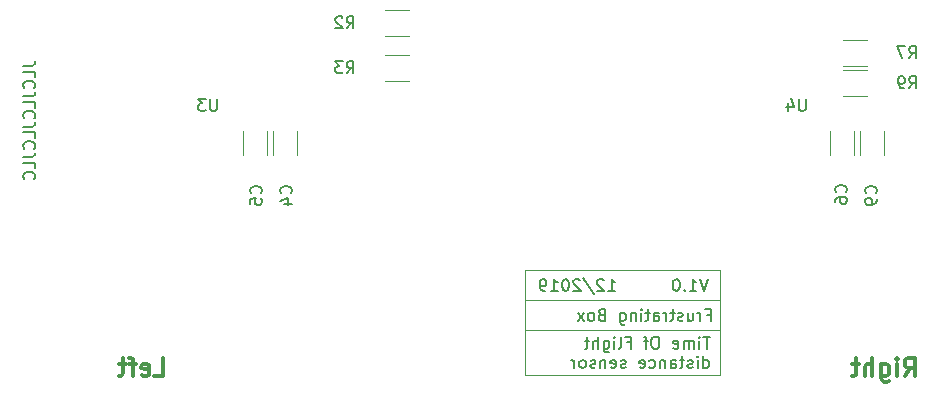
<source format=gbr>
G04 #@! TF.GenerationSoftware,KiCad,Pcbnew,5.0.2+dfsg1-1*
G04 #@! TF.CreationDate,2019-12-13T09:40:21+01:00*
G04 #@! TF.ProjectId,tof_sensor,746f665f-7365-46e7-936f-722e6b696361,1.0*
G04 #@! TF.SameCoordinates,Original*
G04 #@! TF.FileFunction,Legend,Bot*
G04 #@! TF.FilePolarity,Positive*
%FSLAX46Y46*%
G04 Gerber Fmt 4.6, Leading zero omitted, Abs format (unit mm)*
G04 Created by KiCad (PCBNEW 5.0.2+dfsg1-1) date ven 13 déc 2019 09:40:21 CET*
%MOMM*%
%LPD*%
G01*
G04 APERTURE LIST*
%ADD10C,0.150000*%
%ADD11C,0.300000*%
%ADD12C,0.120000*%
G04 APERTURE END LIST*
D10*
X112482380Y-78565952D02*
X113196666Y-78565952D01*
X113339523Y-78518333D01*
X113434761Y-78423095D01*
X113482380Y-78280238D01*
X113482380Y-78185000D01*
X113482380Y-79518333D02*
X113482380Y-79042142D01*
X112482380Y-79042142D01*
X113387142Y-80423095D02*
X113434761Y-80375476D01*
X113482380Y-80232619D01*
X113482380Y-80137380D01*
X113434761Y-79994523D01*
X113339523Y-79899285D01*
X113244285Y-79851666D01*
X113053809Y-79804047D01*
X112910952Y-79804047D01*
X112720476Y-79851666D01*
X112625238Y-79899285D01*
X112530000Y-79994523D01*
X112482380Y-80137380D01*
X112482380Y-80232619D01*
X112530000Y-80375476D01*
X112577619Y-80423095D01*
X112482380Y-81137380D02*
X113196666Y-81137380D01*
X113339523Y-81089761D01*
X113434761Y-80994523D01*
X113482380Y-80851666D01*
X113482380Y-80756428D01*
X113482380Y-82089761D02*
X113482380Y-81613571D01*
X112482380Y-81613571D01*
X113387142Y-82994523D02*
X113434761Y-82946904D01*
X113482380Y-82804047D01*
X113482380Y-82708809D01*
X113434761Y-82565952D01*
X113339523Y-82470714D01*
X113244285Y-82423095D01*
X113053809Y-82375476D01*
X112910952Y-82375476D01*
X112720476Y-82423095D01*
X112625238Y-82470714D01*
X112530000Y-82565952D01*
X112482380Y-82708809D01*
X112482380Y-82804047D01*
X112530000Y-82946904D01*
X112577619Y-82994523D01*
X112482380Y-83708809D02*
X113196666Y-83708809D01*
X113339523Y-83661190D01*
X113434761Y-83565952D01*
X113482380Y-83423095D01*
X113482380Y-83327857D01*
X113482380Y-84661190D02*
X113482380Y-84185000D01*
X112482380Y-84185000D01*
X113387142Y-85565952D02*
X113434761Y-85518333D01*
X113482380Y-85375476D01*
X113482380Y-85280238D01*
X113434761Y-85137380D01*
X113339523Y-85042142D01*
X113244285Y-84994523D01*
X113053809Y-84946904D01*
X112910952Y-84946904D01*
X112720476Y-84994523D01*
X112625238Y-85042142D01*
X112530000Y-85137380D01*
X112482380Y-85280238D01*
X112482380Y-85375476D01*
X112530000Y-85518333D01*
X112577619Y-85565952D01*
X112482380Y-86280238D02*
X113196666Y-86280238D01*
X113339523Y-86232619D01*
X113434761Y-86137380D01*
X113482380Y-85994523D01*
X113482380Y-85899285D01*
X113482380Y-87232619D02*
X113482380Y-86756428D01*
X112482380Y-86756428D01*
X113387142Y-88137380D02*
X113434761Y-88089761D01*
X113482380Y-87946904D01*
X113482380Y-87851666D01*
X113434761Y-87708809D01*
X113339523Y-87613571D01*
X113244285Y-87565952D01*
X113053809Y-87518333D01*
X112910952Y-87518333D01*
X112720476Y-87565952D01*
X112625238Y-87613571D01*
X112530000Y-87708809D01*
X112482380Y-87851666D01*
X112482380Y-87946904D01*
X112530000Y-88089761D01*
X112577619Y-88137380D01*
D11*
X123590714Y-104818571D02*
X124305000Y-104818571D01*
X124305000Y-103318571D01*
X122519285Y-104747142D02*
X122662142Y-104818571D01*
X122947857Y-104818571D01*
X123090714Y-104747142D01*
X123162142Y-104604285D01*
X123162142Y-104032857D01*
X123090714Y-103890000D01*
X122947857Y-103818571D01*
X122662142Y-103818571D01*
X122519285Y-103890000D01*
X122447857Y-104032857D01*
X122447857Y-104175714D01*
X123162142Y-104318571D01*
X122019285Y-103818571D02*
X121447857Y-103818571D01*
X121805000Y-104818571D02*
X121805000Y-103532857D01*
X121733571Y-103390000D01*
X121590714Y-103318571D01*
X121447857Y-103318571D01*
X121162142Y-103818571D02*
X120590714Y-103818571D01*
X120947857Y-103318571D02*
X120947857Y-104604285D01*
X120876428Y-104747142D01*
X120733571Y-104818571D01*
X120590714Y-104818571D01*
X187098571Y-104818571D02*
X187598571Y-104104285D01*
X187955714Y-104818571D02*
X187955714Y-103318571D01*
X187384285Y-103318571D01*
X187241428Y-103390000D01*
X187170000Y-103461428D01*
X187098571Y-103604285D01*
X187098571Y-103818571D01*
X187170000Y-103961428D01*
X187241428Y-104032857D01*
X187384285Y-104104285D01*
X187955714Y-104104285D01*
X186455714Y-104818571D02*
X186455714Y-103818571D01*
X186455714Y-103318571D02*
X186527142Y-103390000D01*
X186455714Y-103461428D01*
X186384285Y-103390000D01*
X186455714Y-103318571D01*
X186455714Y-103461428D01*
X185098571Y-103818571D02*
X185098571Y-105032857D01*
X185170000Y-105175714D01*
X185241428Y-105247142D01*
X185384285Y-105318571D01*
X185598571Y-105318571D01*
X185741428Y-105247142D01*
X185098571Y-104747142D02*
X185241428Y-104818571D01*
X185527142Y-104818571D01*
X185670000Y-104747142D01*
X185741428Y-104675714D01*
X185812857Y-104532857D01*
X185812857Y-104104285D01*
X185741428Y-103961428D01*
X185670000Y-103890000D01*
X185527142Y-103818571D01*
X185241428Y-103818571D01*
X185098571Y-103890000D01*
X184384285Y-104818571D02*
X184384285Y-103318571D01*
X183741428Y-104818571D02*
X183741428Y-104032857D01*
X183812857Y-103890000D01*
X183955714Y-103818571D01*
X184170000Y-103818571D01*
X184312857Y-103890000D01*
X184384285Y-103961428D01*
X183241428Y-103818571D02*
X182670000Y-103818571D01*
X183027142Y-103318571D02*
X183027142Y-104604285D01*
X182955714Y-104747142D01*
X182812857Y-104818571D01*
X182670000Y-104818571D01*
D12*
X154940000Y-98425000D02*
X171450000Y-98425000D01*
D10*
X170433809Y-96607380D02*
X170100476Y-97607380D01*
X169767142Y-96607380D01*
X168910000Y-97607380D02*
X169481428Y-97607380D01*
X169195714Y-97607380D02*
X169195714Y-96607380D01*
X169290952Y-96750238D01*
X169386190Y-96845476D01*
X169481428Y-96893095D01*
X168481428Y-97512142D02*
X168433809Y-97559761D01*
X168481428Y-97607380D01*
X168529047Y-97559761D01*
X168481428Y-97512142D01*
X168481428Y-97607380D01*
X167814761Y-96607380D02*
X167719523Y-96607380D01*
X167624285Y-96655000D01*
X167576666Y-96702619D01*
X167529047Y-96797857D01*
X167481428Y-96988333D01*
X167481428Y-97226428D01*
X167529047Y-97416904D01*
X167576666Y-97512142D01*
X167624285Y-97559761D01*
X167719523Y-97607380D01*
X167814761Y-97607380D01*
X167910000Y-97559761D01*
X167957619Y-97512142D01*
X168005238Y-97416904D01*
X168052857Y-97226428D01*
X168052857Y-96988333D01*
X168005238Y-96797857D01*
X167957619Y-96702619D01*
X167910000Y-96655000D01*
X167814761Y-96607380D01*
X162004047Y-97607380D02*
X162575476Y-97607380D01*
X162289761Y-97607380D02*
X162289761Y-96607380D01*
X162385000Y-96750238D01*
X162480238Y-96845476D01*
X162575476Y-96893095D01*
X161623095Y-96702619D02*
X161575476Y-96655000D01*
X161480238Y-96607380D01*
X161242142Y-96607380D01*
X161146904Y-96655000D01*
X161099285Y-96702619D01*
X161051666Y-96797857D01*
X161051666Y-96893095D01*
X161099285Y-97035952D01*
X161670714Y-97607380D01*
X161051666Y-97607380D01*
X159908809Y-96559761D02*
X160765952Y-97845476D01*
X159623095Y-96702619D02*
X159575476Y-96655000D01*
X159480238Y-96607380D01*
X159242142Y-96607380D01*
X159146904Y-96655000D01*
X159099285Y-96702619D01*
X159051666Y-96797857D01*
X159051666Y-96893095D01*
X159099285Y-97035952D01*
X159670714Y-97607380D01*
X159051666Y-97607380D01*
X158432619Y-96607380D02*
X158337380Y-96607380D01*
X158242142Y-96655000D01*
X158194523Y-96702619D01*
X158146904Y-96797857D01*
X158099285Y-96988333D01*
X158099285Y-97226428D01*
X158146904Y-97416904D01*
X158194523Y-97512142D01*
X158242142Y-97559761D01*
X158337380Y-97607380D01*
X158432619Y-97607380D01*
X158527857Y-97559761D01*
X158575476Y-97512142D01*
X158623095Y-97416904D01*
X158670714Y-97226428D01*
X158670714Y-96988333D01*
X158623095Y-96797857D01*
X158575476Y-96702619D01*
X158527857Y-96655000D01*
X158432619Y-96607380D01*
X157146904Y-97607380D02*
X157718333Y-97607380D01*
X157432619Y-97607380D02*
X157432619Y-96607380D01*
X157527857Y-96750238D01*
X157623095Y-96845476D01*
X157718333Y-96893095D01*
X156670714Y-97607380D02*
X156480238Y-97607380D01*
X156385000Y-97559761D01*
X156337380Y-97512142D01*
X156242142Y-97369285D01*
X156194523Y-97178809D01*
X156194523Y-96797857D01*
X156242142Y-96702619D01*
X156289761Y-96655000D01*
X156385000Y-96607380D01*
X156575476Y-96607380D01*
X156670714Y-96655000D01*
X156718333Y-96702619D01*
X156765952Y-96797857D01*
X156765952Y-97035952D01*
X156718333Y-97131190D01*
X156670714Y-97178809D01*
X156575476Y-97226428D01*
X156385000Y-97226428D01*
X156289761Y-97178809D01*
X156242142Y-97131190D01*
X156194523Y-97035952D01*
X170338095Y-99623571D02*
X170671428Y-99623571D01*
X170671428Y-100147380D02*
X170671428Y-99147380D01*
X170195238Y-99147380D01*
X169814285Y-100147380D02*
X169814285Y-99480714D01*
X169814285Y-99671190D02*
X169766666Y-99575952D01*
X169719047Y-99528333D01*
X169623809Y-99480714D01*
X169528571Y-99480714D01*
X168766666Y-99480714D02*
X168766666Y-100147380D01*
X169195238Y-99480714D02*
X169195238Y-100004523D01*
X169147619Y-100099761D01*
X169052380Y-100147380D01*
X168909523Y-100147380D01*
X168814285Y-100099761D01*
X168766666Y-100052142D01*
X168338095Y-100099761D02*
X168242857Y-100147380D01*
X168052380Y-100147380D01*
X167957142Y-100099761D01*
X167909523Y-100004523D01*
X167909523Y-99956904D01*
X167957142Y-99861666D01*
X168052380Y-99814047D01*
X168195238Y-99814047D01*
X168290476Y-99766428D01*
X168338095Y-99671190D01*
X168338095Y-99623571D01*
X168290476Y-99528333D01*
X168195238Y-99480714D01*
X168052380Y-99480714D01*
X167957142Y-99528333D01*
X167623809Y-99480714D02*
X167242857Y-99480714D01*
X167480952Y-99147380D02*
X167480952Y-100004523D01*
X167433333Y-100099761D01*
X167338095Y-100147380D01*
X167242857Y-100147380D01*
X166909523Y-100147380D02*
X166909523Y-99480714D01*
X166909523Y-99671190D02*
X166861904Y-99575952D01*
X166814285Y-99528333D01*
X166719047Y-99480714D01*
X166623809Y-99480714D01*
X165861904Y-100147380D02*
X165861904Y-99623571D01*
X165909523Y-99528333D01*
X166004761Y-99480714D01*
X166195238Y-99480714D01*
X166290476Y-99528333D01*
X165861904Y-100099761D02*
X165957142Y-100147380D01*
X166195238Y-100147380D01*
X166290476Y-100099761D01*
X166338095Y-100004523D01*
X166338095Y-99909285D01*
X166290476Y-99814047D01*
X166195238Y-99766428D01*
X165957142Y-99766428D01*
X165861904Y-99718809D01*
X165528571Y-99480714D02*
X165147619Y-99480714D01*
X165385714Y-99147380D02*
X165385714Y-100004523D01*
X165338095Y-100099761D01*
X165242857Y-100147380D01*
X165147619Y-100147380D01*
X164814285Y-100147380D02*
X164814285Y-99480714D01*
X164814285Y-99147380D02*
X164861904Y-99195000D01*
X164814285Y-99242619D01*
X164766666Y-99195000D01*
X164814285Y-99147380D01*
X164814285Y-99242619D01*
X164338095Y-99480714D02*
X164338095Y-100147380D01*
X164338095Y-99575952D02*
X164290476Y-99528333D01*
X164195238Y-99480714D01*
X164052380Y-99480714D01*
X163957142Y-99528333D01*
X163909523Y-99623571D01*
X163909523Y-100147380D01*
X163004761Y-99480714D02*
X163004761Y-100290238D01*
X163052380Y-100385476D01*
X163100000Y-100433095D01*
X163195238Y-100480714D01*
X163338095Y-100480714D01*
X163433333Y-100433095D01*
X163004761Y-100099761D02*
X163100000Y-100147380D01*
X163290476Y-100147380D01*
X163385714Y-100099761D01*
X163433333Y-100052142D01*
X163480952Y-99956904D01*
X163480952Y-99671190D01*
X163433333Y-99575952D01*
X163385714Y-99528333D01*
X163290476Y-99480714D01*
X163100000Y-99480714D01*
X163004761Y-99528333D01*
X161433333Y-99623571D02*
X161290476Y-99671190D01*
X161242857Y-99718809D01*
X161195238Y-99814047D01*
X161195238Y-99956904D01*
X161242857Y-100052142D01*
X161290476Y-100099761D01*
X161385714Y-100147380D01*
X161766666Y-100147380D01*
X161766666Y-99147380D01*
X161433333Y-99147380D01*
X161338095Y-99195000D01*
X161290476Y-99242619D01*
X161242857Y-99337857D01*
X161242857Y-99433095D01*
X161290476Y-99528333D01*
X161338095Y-99575952D01*
X161433333Y-99623571D01*
X161766666Y-99623571D01*
X160623809Y-100147380D02*
X160719047Y-100099761D01*
X160766666Y-100052142D01*
X160814285Y-99956904D01*
X160814285Y-99671190D01*
X160766666Y-99575952D01*
X160719047Y-99528333D01*
X160623809Y-99480714D01*
X160480952Y-99480714D01*
X160385714Y-99528333D01*
X160338095Y-99575952D01*
X160290476Y-99671190D01*
X160290476Y-99956904D01*
X160338095Y-100052142D01*
X160385714Y-100099761D01*
X160480952Y-100147380D01*
X160623809Y-100147380D01*
X159957142Y-100147380D02*
X159433333Y-99480714D01*
X159957142Y-99480714D02*
X159433333Y-100147380D01*
D12*
X154940000Y-100965000D02*
X171450000Y-100965000D01*
D10*
X170622261Y-101497380D02*
X170050833Y-101497380D01*
X170336547Y-102497380D02*
X170336547Y-101497380D01*
X169717500Y-102497380D02*
X169717500Y-101830714D01*
X169717500Y-101497380D02*
X169765119Y-101545000D01*
X169717500Y-101592619D01*
X169669880Y-101545000D01*
X169717500Y-101497380D01*
X169717500Y-101592619D01*
X169241309Y-102497380D02*
X169241309Y-101830714D01*
X169241309Y-101925952D02*
X169193690Y-101878333D01*
X169098452Y-101830714D01*
X168955595Y-101830714D01*
X168860357Y-101878333D01*
X168812738Y-101973571D01*
X168812738Y-102497380D01*
X168812738Y-101973571D02*
X168765119Y-101878333D01*
X168669880Y-101830714D01*
X168527023Y-101830714D01*
X168431785Y-101878333D01*
X168384166Y-101973571D01*
X168384166Y-102497380D01*
X167527023Y-102449761D02*
X167622261Y-102497380D01*
X167812738Y-102497380D01*
X167907976Y-102449761D01*
X167955595Y-102354523D01*
X167955595Y-101973571D01*
X167907976Y-101878333D01*
X167812738Y-101830714D01*
X167622261Y-101830714D01*
X167527023Y-101878333D01*
X167479404Y-101973571D01*
X167479404Y-102068809D01*
X167955595Y-102164047D01*
X166098452Y-101497380D02*
X165907976Y-101497380D01*
X165812738Y-101545000D01*
X165717500Y-101640238D01*
X165669880Y-101830714D01*
X165669880Y-102164047D01*
X165717500Y-102354523D01*
X165812738Y-102449761D01*
X165907976Y-102497380D01*
X166098452Y-102497380D01*
X166193690Y-102449761D01*
X166288928Y-102354523D01*
X166336547Y-102164047D01*
X166336547Y-101830714D01*
X166288928Y-101640238D01*
X166193690Y-101545000D01*
X166098452Y-101497380D01*
X165384166Y-101830714D02*
X165003214Y-101830714D01*
X165241309Y-102497380D02*
X165241309Y-101640238D01*
X165193690Y-101545000D01*
X165098452Y-101497380D01*
X165003214Y-101497380D01*
X163574642Y-101973571D02*
X163907976Y-101973571D01*
X163907976Y-102497380D02*
X163907976Y-101497380D01*
X163431785Y-101497380D01*
X162907976Y-102497380D02*
X163003214Y-102449761D01*
X163050833Y-102354523D01*
X163050833Y-101497380D01*
X162527023Y-102497380D02*
X162527023Y-101830714D01*
X162527023Y-101497380D02*
X162574642Y-101545000D01*
X162527023Y-101592619D01*
X162479404Y-101545000D01*
X162527023Y-101497380D01*
X162527023Y-101592619D01*
X161622261Y-101830714D02*
X161622261Y-102640238D01*
X161669880Y-102735476D01*
X161717500Y-102783095D01*
X161812738Y-102830714D01*
X161955595Y-102830714D01*
X162050833Y-102783095D01*
X161622261Y-102449761D02*
X161717500Y-102497380D01*
X161907976Y-102497380D01*
X162003214Y-102449761D01*
X162050833Y-102402142D01*
X162098452Y-102306904D01*
X162098452Y-102021190D01*
X162050833Y-101925952D01*
X162003214Y-101878333D01*
X161907976Y-101830714D01*
X161717500Y-101830714D01*
X161622261Y-101878333D01*
X161146071Y-102497380D02*
X161146071Y-101497380D01*
X160717500Y-102497380D02*
X160717500Y-101973571D01*
X160765119Y-101878333D01*
X160860357Y-101830714D01*
X161003214Y-101830714D01*
X161098452Y-101878333D01*
X161146071Y-101925952D01*
X160384166Y-101830714D02*
X160003214Y-101830714D01*
X160241309Y-101497380D02*
X160241309Y-102354523D01*
X160193690Y-102449761D01*
X160098452Y-102497380D01*
X160003214Y-102497380D01*
X170050833Y-104147380D02*
X170050833Y-103147380D01*
X170050833Y-104099761D02*
X170146071Y-104147380D01*
X170336547Y-104147380D01*
X170431785Y-104099761D01*
X170479404Y-104052142D01*
X170527023Y-103956904D01*
X170527023Y-103671190D01*
X170479404Y-103575952D01*
X170431785Y-103528333D01*
X170336547Y-103480714D01*
X170146071Y-103480714D01*
X170050833Y-103528333D01*
X169574642Y-104147380D02*
X169574642Y-103480714D01*
X169574642Y-103147380D02*
X169622261Y-103195000D01*
X169574642Y-103242619D01*
X169527023Y-103195000D01*
X169574642Y-103147380D01*
X169574642Y-103242619D01*
X169146071Y-104099761D02*
X169050833Y-104147380D01*
X168860357Y-104147380D01*
X168765119Y-104099761D01*
X168717500Y-104004523D01*
X168717500Y-103956904D01*
X168765119Y-103861666D01*
X168860357Y-103814047D01*
X169003214Y-103814047D01*
X169098452Y-103766428D01*
X169146071Y-103671190D01*
X169146071Y-103623571D01*
X169098452Y-103528333D01*
X169003214Y-103480714D01*
X168860357Y-103480714D01*
X168765119Y-103528333D01*
X168431785Y-103480714D02*
X168050833Y-103480714D01*
X168288928Y-103147380D02*
X168288928Y-104004523D01*
X168241309Y-104099761D01*
X168146071Y-104147380D01*
X168050833Y-104147380D01*
X167288928Y-104147380D02*
X167288928Y-103623571D01*
X167336547Y-103528333D01*
X167431785Y-103480714D01*
X167622261Y-103480714D01*
X167717500Y-103528333D01*
X167288928Y-104099761D02*
X167384166Y-104147380D01*
X167622261Y-104147380D01*
X167717500Y-104099761D01*
X167765119Y-104004523D01*
X167765119Y-103909285D01*
X167717500Y-103814047D01*
X167622261Y-103766428D01*
X167384166Y-103766428D01*
X167288928Y-103718809D01*
X166812738Y-103480714D02*
X166812738Y-104147380D01*
X166812738Y-103575952D02*
X166765119Y-103528333D01*
X166669880Y-103480714D01*
X166527023Y-103480714D01*
X166431785Y-103528333D01*
X166384166Y-103623571D01*
X166384166Y-104147380D01*
X165479404Y-104099761D02*
X165574642Y-104147380D01*
X165765119Y-104147380D01*
X165860357Y-104099761D01*
X165907976Y-104052142D01*
X165955595Y-103956904D01*
X165955595Y-103671190D01*
X165907976Y-103575952D01*
X165860357Y-103528333D01*
X165765119Y-103480714D01*
X165574642Y-103480714D01*
X165479404Y-103528333D01*
X164669880Y-104099761D02*
X164765119Y-104147380D01*
X164955595Y-104147380D01*
X165050833Y-104099761D01*
X165098452Y-104004523D01*
X165098452Y-103623571D01*
X165050833Y-103528333D01*
X164955595Y-103480714D01*
X164765119Y-103480714D01*
X164669880Y-103528333D01*
X164622261Y-103623571D01*
X164622261Y-103718809D01*
X165098452Y-103814047D01*
X163479404Y-104099761D02*
X163384166Y-104147380D01*
X163193690Y-104147380D01*
X163098452Y-104099761D01*
X163050833Y-104004523D01*
X163050833Y-103956904D01*
X163098452Y-103861666D01*
X163193690Y-103814047D01*
X163336547Y-103814047D01*
X163431785Y-103766428D01*
X163479404Y-103671190D01*
X163479404Y-103623571D01*
X163431785Y-103528333D01*
X163336547Y-103480714D01*
X163193690Y-103480714D01*
X163098452Y-103528333D01*
X162241309Y-104099761D02*
X162336547Y-104147380D01*
X162527023Y-104147380D01*
X162622261Y-104099761D01*
X162669880Y-104004523D01*
X162669880Y-103623571D01*
X162622261Y-103528333D01*
X162527023Y-103480714D01*
X162336547Y-103480714D01*
X162241309Y-103528333D01*
X162193690Y-103623571D01*
X162193690Y-103718809D01*
X162669880Y-103814047D01*
X161765119Y-103480714D02*
X161765119Y-104147380D01*
X161765119Y-103575952D02*
X161717500Y-103528333D01*
X161622261Y-103480714D01*
X161479404Y-103480714D01*
X161384166Y-103528333D01*
X161336547Y-103623571D01*
X161336547Y-104147380D01*
X160907976Y-104099761D02*
X160812738Y-104147380D01*
X160622261Y-104147380D01*
X160527023Y-104099761D01*
X160479404Y-104004523D01*
X160479404Y-103956904D01*
X160527023Y-103861666D01*
X160622261Y-103814047D01*
X160765119Y-103814047D01*
X160860357Y-103766428D01*
X160907976Y-103671190D01*
X160907976Y-103623571D01*
X160860357Y-103528333D01*
X160765119Y-103480714D01*
X160622261Y-103480714D01*
X160527023Y-103528333D01*
X159907976Y-104147380D02*
X160003214Y-104099761D01*
X160050833Y-104052142D01*
X160098452Y-103956904D01*
X160098452Y-103671190D01*
X160050833Y-103575952D01*
X160003214Y-103528333D01*
X159907976Y-103480714D01*
X159765119Y-103480714D01*
X159669880Y-103528333D01*
X159622261Y-103575952D01*
X159574642Y-103671190D01*
X159574642Y-103956904D01*
X159622261Y-104052142D01*
X159669880Y-104099761D01*
X159765119Y-104147380D01*
X159907976Y-104147380D01*
X159146071Y-104147380D02*
X159146071Y-103480714D01*
X159146071Y-103671190D02*
X159098452Y-103575952D01*
X159050833Y-103528333D01*
X158955595Y-103480714D01*
X158860357Y-103480714D01*
D12*
X154940000Y-95885000D02*
X154940000Y-104775000D01*
X171450000Y-95885000D02*
X154940000Y-95885000D01*
X171450000Y-104775000D02*
X171450000Y-95885000D01*
X154940000Y-104775000D02*
X171450000Y-104775000D01*
G04 #@! TO.C,R2*
X143145000Y-76000000D02*
X145145000Y-76000000D01*
X145145000Y-73860000D02*
X143145000Y-73860000D01*
G04 #@! TO.C,R9*
X181880000Y-81080000D02*
X183880000Y-81080000D01*
X183880000Y-78940000D02*
X181880000Y-78940000D01*
G04 #@! TO.C,R7*
X181880000Y-78540000D02*
X183880000Y-78540000D01*
X183880000Y-76400000D02*
X181880000Y-76400000D01*
G04 #@! TO.C,R3*
X143145000Y-79810000D02*
X145145000Y-79810000D01*
X145145000Y-77670000D02*
X143145000Y-77670000D01*
G04 #@! TO.C,C9*
X185330000Y-84090000D02*
X185330000Y-86090000D01*
X183290000Y-86090000D02*
X183290000Y-84090000D01*
G04 #@! TO.C,C6*
X182790000Y-84090000D02*
X182790000Y-86090000D01*
X180750000Y-86090000D02*
X180750000Y-84090000D01*
G04 #@! TO.C,C5*
X133100000Y-84090000D02*
X133100000Y-86090000D01*
X131060000Y-86090000D02*
X131060000Y-84090000D01*
G04 #@! TO.C,C4*
X135640000Y-84090000D02*
X135640000Y-86090000D01*
X133600000Y-86090000D02*
X133600000Y-84090000D01*
G04 #@! TO.C,U3*
D10*
X128871904Y-81367380D02*
X128871904Y-82176904D01*
X128824285Y-82272142D01*
X128776666Y-82319761D01*
X128681428Y-82367380D01*
X128490952Y-82367380D01*
X128395714Y-82319761D01*
X128348095Y-82272142D01*
X128300476Y-82176904D01*
X128300476Y-81367380D01*
X127919523Y-81367380D02*
X127300476Y-81367380D01*
X127633809Y-81748333D01*
X127490952Y-81748333D01*
X127395714Y-81795952D01*
X127348095Y-81843571D01*
X127300476Y-81938809D01*
X127300476Y-82176904D01*
X127348095Y-82272142D01*
X127395714Y-82319761D01*
X127490952Y-82367380D01*
X127776666Y-82367380D01*
X127871904Y-82319761D01*
X127919523Y-82272142D01*
G04 #@! TO.C,U4*
X178721904Y-81367380D02*
X178721904Y-82176904D01*
X178674285Y-82272142D01*
X178626666Y-82319761D01*
X178531428Y-82367380D01*
X178340952Y-82367380D01*
X178245714Y-82319761D01*
X178198095Y-82272142D01*
X178150476Y-82176904D01*
X178150476Y-81367380D01*
X177245714Y-81700714D02*
X177245714Y-82367380D01*
X177483809Y-81319761D02*
X177721904Y-82034047D01*
X177102857Y-82034047D01*
G04 #@! TO.C,R2*
X139866666Y-75382380D02*
X140200000Y-74906190D01*
X140438095Y-75382380D02*
X140438095Y-74382380D01*
X140057142Y-74382380D01*
X139961904Y-74430000D01*
X139914285Y-74477619D01*
X139866666Y-74572857D01*
X139866666Y-74715714D01*
X139914285Y-74810952D01*
X139961904Y-74858571D01*
X140057142Y-74906190D01*
X140438095Y-74906190D01*
X139485714Y-74477619D02*
X139438095Y-74430000D01*
X139342857Y-74382380D01*
X139104761Y-74382380D01*
X139009523Y-74430000D01*
X138961904Y-74477619D01*
X138914285Y-74572857D01*
X138914285Y-74668095D01*
X138961904Y-74810952D01*
X139533333Y-75382380D01*
X138914285Y-75382380D01*
G04 #@! TO.C,R9*
X187491666Y-80462380D02*
X187825000Y-79986190D01*
X188063095Y-80462380D02*
X188063095Y-79462380D01*
X187682142Y-79462380D01*
X187586904Y-79510000D01*
X187539285Y-79557619D01*
X187491666Y-79652857D01*
X187491666Y-79795714D01*
X187539285Y-79890952D01*
X187586904Y-79938571D01*
X187682142Y-79986190D01*
X188063095Y-79986190D01*
X187015476Y-80462380D02*
X186825000Y-80462380D01*
X186729761Y-80414761D01*
X186682142Y-80367142D01*
X186586904Y-80224285D01*
X186539285Y-80033809D01*
X186539285Y-79652857D01*
X186586904Y-79557619D01*
X186634523Y-79510000D01*
X186729761Y-79462380D01*
X186920238Y-79462380D01*
X187015476Y-79510000D01*
X187063095Y-79557619D01*
X187110714Y-79652857D01*
X187110714Y-79890952D01*
X187063095Y-79986190D01*
X187015476Y-80033809D01*
X186920238Y-80081428D01*
X186729761Y-80081428D01*
X186634523Y-80033809D01*
X186586904Y-79986190D01*
X186539285Y-79890952D01*
G04 #@! TO.C,R7*
X187491666Y-77922380D02*
X187825000Y-77446190D01*
X188063095Y-77922380D02*
X188063095Y-76922380D01*
X187682142Y-76922380D01*
X187586904Y-76970000D01*
X187539285Y-77017619D01*
X187491666Y-77112857D01*
X187491666Y-77255714D01*
X187539285Y-77350952D01*
X187586904Y-77398571D01*
X187682142Y-77446190D01*
X188063095Y-77446190D01*
X187158333Y-76922380D02*
X186491666Y-76922380D01*
X186920238Y-77922380D01*
G04 #@! TO.C,R3*
X139866666Y-79192380D02*
X140200000Y-78716190D01*
X140438095Y-79192380D02*
X140438095Y-78192380D01*
X140057142Y-78192380D01*
X139961904Y-78240000D01*
X139914285Y-78287619D01*
X139866666Y-78382857D01*
X139866666Y-78525714D01*
X139914285Y-78620952D01*
X139961904Y-78668571D01*
X140057142Y-78716190D01*
X140438095Y-78716190D01*
X139533333Y-78192380D02*
X138914285Y-78192380D01*
X139247619Y-78573333D01*
X139104761Y-78573333D01*
X139009523Y-78620952D01*
X138961904Y-78668571D01*
X138914285Y-78763809D01*
X138914285Y-79001904D01*
X138961904Y-79097142D01*
X139009523Y-79144761D01*
X139104761Y-79192380D01*
X139390476Y-79192380D01*
X139485714Y-79144761D01*
X139533333Y-79097142D01*
G04 #@! TO.C,C9*
X184667142Y-89368333D02*
X184714761Y-89320714D01*
X184762380Y-89177857D01*
X184762380Y-89082619D01*
X184714761Y-88939761D01*
X184619523Y-88844523D01*
X184524285Y-88796904D01*
X184333809Y-88749285D01*
X184190952Y-88749285D01*
X184000476Y-88796904D01*
X183905238Y-88844523D01*
X183810000Y-88939761D01*
X183762380Y-89082619D01*
X183762380Y-89177857D01*
X183810000Y-89320714D01*
X183857619Y-89368333D01*
X184762380Y-89844523D02*
X184762380Y-90035000D01*
X184714761Y-90130238D01*
X184667142Y-90177857D01*
X184524285Y-90273095D01*
X184333809Y-90320714D01*
X183952857Y-90320714D01*
X183857619Y-90273095D01*
X183810000Y-90225476D01*
X183762380Y-90130238D01*
X183762380Y-89939761D01*
X183810000Y-89844523D01*
X183857619Y-89796904D01*
X183952857Y-89749285D01*
X184190952Y-89749285D01*
X184286190Y-89796904D01*
X184333809Y-89844523D01*
X184381428Y-89939761D01*
X184381428Y-90130238D01*
X184333809Y-90225476D01*
X184286190Y-90273095D01*
X184190952Y-90320714D01*
G04 #@! TO.C,C6*
X182127142Y-89273333D02*
X182174761Y-89225714D01*
X182222380Y-89082857D01*
X182222380Y-88987619D01*
X182174761Y-88844761D01*
X182079523Y-88749523D01*
X181984285Y-88701904D01*
X181793809Y-88654285D01*
X181650952Y-88654285D01*
X181460476Y-88701904D01*
X181365238Y-88749523D01*
X181270000Y-88844761D01*
X181222380Y-88987619D01*
X181222380Y-89082857D01*
X181270000Y-89225714D01*
X181317619Y-89273333D01*
X181222380Y-90130476D02*
X181222380Y-89940000D01*
X181270000Y-89844761D01*
X181317619Y-89797142D01*
X181460476Y-89701904D01*
X181650952Y-89654285D01*
X182031904Y-89654285D01*
X182127142Y-89701904D01*
X182174761Y-89749523D01*
X182222380Y-89844761D01*
X182222380Y-90035238D01*
X182174761Y-90130476D01*
X182127142Y-90178095D01*
X182031904Y-90225714D01*
X181793809Y-90225714D01*
X181698571Y-90178095D01*
X181650952Y-90130476D01*
X181603333Y-90035238D01*
X181603333Y-89844761D01*
X181650952Y-89749523D01*
X181698571Y-89701904D01*
X181793809Y-89654285D01*
G04 #@! TO.C,C5*
X132597142Y-89368333D02*
X132644761Y-89320714D01*
X132692380Y-89177857D01*
X132692380Y-89082619D01*
X132644761Y-88939761D01*
X132549523Y-88844523D01*
X132454285Y-88796904D01*
X132263809Y-88749285D01*
X132120952Y-88749285D01*
X131930476Y-88796904D01*
X131835238Y-88844523D01*
X131740000Y-88939761D01*
X131692380Y-89082619D01*
X131692380Y-89177857D01*
X131740000Y-89320714D01*
X131787619Y-89368333D01*
X131692380Y-90273095D02*
X131692380Y-89796904D01*
X132168571Y-89749285D01*
X132120952Y-89796904D01*
X132073333Y-89892142D01*
X132073333Y-90130238D01*
X132120952Y-90225476D01*
X132168571Y-90273095D01*
X132263809Y-90320714D01*
X132501904Y-90320714D01*
X132597142Y-90273095D01*
X132644761Y-90225476D01*
X132692380Y-90130238D01*
X132692380Y-89892142D01*
X132644761Y-89796904D01*
X132597142Y-89749285D01*
G04 #@! TO.C,C4*
X135137142Y-89368333D02*
X135184761Y-89320714D01*
X135232380Y-89177857D01*
X135232380Y-89082619D01*
X135184761Y-88939761D01*
X135089523Y-88844523D01*
X134994285Y-88796904D01*
X134803809Y-88749285D01*
X134660952Y-88749285D01*
X134470476Y-88796904D01*
X134375238Y-88844523D01*
X134280000Y-88939761D01*
X134232380Y-89082619D01*
X134232380Y-89177857D01*
X134280000Y-89320714D01*
X134327619Y-89368333D01*
X134565714Y-90225476D02*
X135232380Y-90225476D01*
X134184761Y-89987380D02*
X134899047Y-89749285D01*
X134899047Y-90368333D01*
G04 #@! TD*
M02*

</source>
